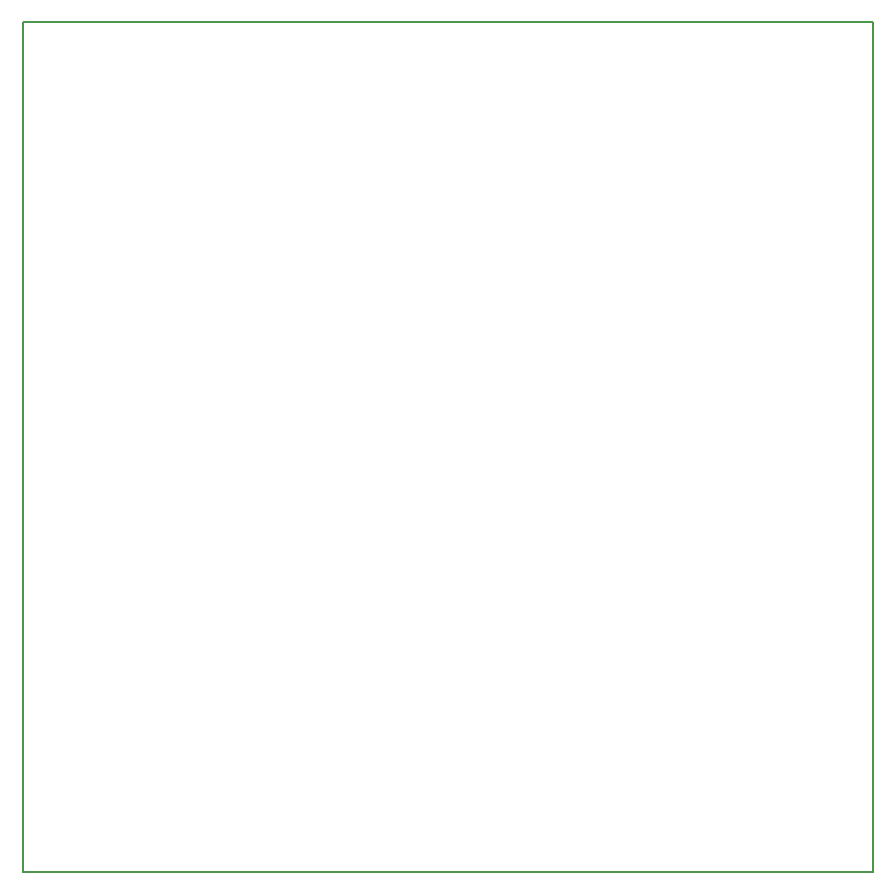
<source format=gbr>
%TF.GenerationSoftware,KiCad,Pcbnew,(5.1.10)-1*%
%TF.CreationDate,2021-10-11T18:25:39+02:00*%
%TF.ProjectId,KSIrotator,4b534972-6f74-4617-946f-722e6b696361,rev?*%
%TF.SameCoordinates,PX8f0d180PY5f5e100*%
%TF.FileFunction,Profile,NP*%
%FSLAX46Y46*%
G04 Gerber Fmt 4.6, Leading zero omitted, Abs format (unit mm)*
G04 Created by KiCad (PCBNEW (5.1.10)-1) date 2021-10-11 18:25:39*
%MOMM*%
%LPD*%
G01*
G04 APERTURE LIST*
%TA.AperFunction,Profile*%
%ADD10C,0.200000*%
%TD*%
G04 APERTURE END LIST*
D10*
X-36000000Y36000000D02*
X36000000Y36000000D01*
X-36000000Y-36000000D02*
X36000000Y-36000000D01*
X36000000Y-36000000D02*
X36000000Y36000000D01*
X-36000000Y-36000000D02*
X-36000000Y36000000D01*
M02*

</source>
